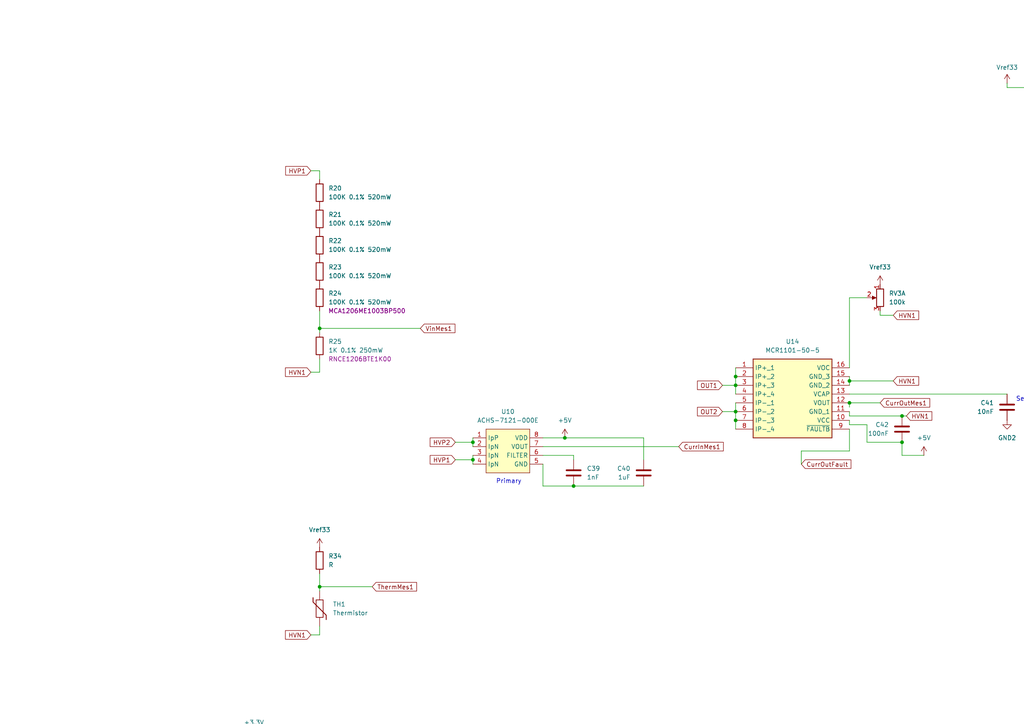
<source format=kicad_sch>
(kicad_sch (version 20250114) (generator "eeschema") (generator_version "9.0")
  (paper "A4")
  (text "See enable function to know what to use Q or /Q\nsee also the flipflop functional table " (at 319.278 116.84 0) (effects (font (size 1.27 1.27))))
  (text "Primary" (at 147.574 139.7 0) (effects (font (size 1.27 1.27))))
  (text "ESP32 \nOpen-drain (float when \"HIGH\", pull low when \"LOW\"):\n\npinMode(pin, OUTPUT_OPEN_DRAIN);\n\ndigitalWrite(pin, HIGH);      // Hi-Z (requires external pull-up/-down)\n\n// digitalWrite(pin, LOW);     // actively pulls low\n" (at 294.132 254.254 0) (effects (font (size 1.27 1.27))))
  (text "Nb pins\n===============\nmeas vref	1\nprim drive	4\nv meas p	1\nv meas s	2\ncurrent sec	1\ncurrent prim	1\nOUTPUT COMPA	1\nTHERMAL 	2\nSPI 	4\nTOTLA 	17\n\n\nOptimization 	\nmeas vref	1\nprim drive	4\nv meas p	1\nv meas s	2\ncurrent sec	1\ncurrent prim	1\nOUTPUT COMPA	1\nTHERMAL 	1\nRX/TX	other pins\nTOTLA 	12\n" (at 328.168 174.752 0) (effects (font (size 1.27 1.27))))
  (text "| /SD| /RD| CP | D  | Q  | /Q |\n| L   | H   | X  | x  | H   | L   |\n| H   | L   | X  | X  | L   | H   |\n| L   | L   | X  | X  | H   | H   |" (at 360.68 142.748 0) (effects (font (size 1.27 1.27)) (justify left)))
  (text "Driver enable => EN = H" (at 376.936 136.398 0) (effects (font (size 1.27 1.27))))
  (text "To µC (je dois utiliser 3.3v pour le pull up pas 5v\n" (at 112.014 219.71 0) (effects (font (size 1.27 1.27))))
  (junction (at 138.43 245.11))
  (junction (at 105.41 228.6))
  (junction (at 92.71 170.18))
  (junction (at 143.51 279.4))
  (junction (at 73.66 228.6))
  (junction (at 125.73 259.08))
  (junction (at 257.81 250.19))
  (junction (at 246.38 116.84))
  (junction (at 345.44 -5.08))
  (junction (at 48.26 251.46))
  (junction (at 36.83 223.52))
  (junction (at 62.23 224.79))
  (junction (at 316.23 6.35))
  (junction (at 73.66 267.97))
  (junction (at 509.27 5.08))
  (junction (at 213.36 111.76))
  (junction (at 213.36 119.38))
  (junction (at 125.73 233.68))
  (junction (at 514.35 43.18))
  (junction (at 73.66 217.17))
  (junction (at -19.05 254))
  (junction (at 67.31 217.17))
  (junction (at -19.05 270.51))
  (junction (at 137.16 133.35))
  (junction (at 468.63 31.75))
  (junction (at 166.37 140.97))
  (junction (at -19.05 265.43))
  (junction (at 246.38 110.49))
  (junction (at 514.35 10.16))
  (junction (at 257.81 306.07))
  (junction (at 476.25 43.18))
  (junction (at 88.9 236.22))
  (junction (at 509.27 12.7))
  (junction (at 36.83 227.33))
  (junction (at 332.74 127))
  (junction (at 530.86 1.27))
  (junction (at 468.63 40.64))
  (junction (at 213.36 109.22))
  (junction (at 21.59 227.33))
  (junction (at 143.51 256.54))
  (junction (at 35.56 243.84))
  (junction (at 334.01 227.33))
  (junction (at 213.36 121.92))
  (junction (at 257.81 294.64))
  (junction (at 92.71 95.25))
  (junction (at 12.7 240.03))
  (junction (at 45.72 236.22))
  (junction (at 34.29 254))
  (junction (at 514.35 1.27))
  (junction (at 137.16 128.27))
  (junction (at 261.62 120.65))
  (junction (at 125.73 279.4))
  (junction (at 332.74 132.08))
  (junction (at 125.73 241.3))
  (junction (at 12.7 227.33))
  (junction (at 334.01 242.57))
  (junction (at 34.29 270.51))
  (junction (at 257.81 276.86))
  (junction (at 163.83 127))
  (junction (at 99.06 243.84))
  (junction (at 261.62 128.27))
  (junction (at 125.73 254))
  (junction (at 365.76 120.65))
  (junction (at 476.25 35.56))
  (junction (at 48.26 270.51))
  (junction (at 20.32 240.03))
  (wire (pts (xy 232.41 130.81) (xy 246.38 130.81)))
  (wire (pts (xy 309.88 6.35) (xy 316.23 6.35)))
  (wire (pts (xy 537.21 10.16) (xy 514.35 10.16)))
  (wire (pts (xy 468.63 31.75) (xy 476.25 31.75)))
  (wire (pts (xy 464.82 7.62) (xy 468.63 7.62)))
  (wire (pts (xy 143.51 256.54) (xy 143.51 279.4)))
  (wire (pts (xy 86.36 259.08) (xy 113.03 259.08)))
  (wire (pts (xy 34.29 254) (xy 50.8 254)))
  (wire (pts (xy 317.5 129.54) (xy 336.55 129.54)))
  (wire (pts (xy 157.48 140.97) (xy 166.37 140.97)))
  (wire (pts (xy 228.6 265.43) (xy 232.41 265.43)))
  (wire (pts (xy 261.62 132.08) (xy 261.62 128.27)))
  (wire (pts (xy 45.72 236.22) (xy 45.72 227.33)))
  (wire (pts (xy 514.35 40.64) (xy 509.27 40.64)))
  (wire (pts (xy 365.76 120.65) (xy 379.73 120.65)))
  (wire (pts (xy 55.88 217.17) (xy 67.31 217.17)))
  (wire (pts (xy 73.66 228.6) (xy 97.79 228.6)))
  (wire (pts (xy -19.05 255.27) (xy -19.05 254)))
  (wire (pts (xy 213.36 106.68) (xy 213.36 109.22)))
  (wire (pts (xy 213.36 119.38) (xy 213.36 121.92)))
  (wire (pts (xy 365.76 120.65) (xy 365.76 124.46)))
  (wire (pts (xy 20.32 240.03) (xy 12.7 240.03)))
  (wire (pts (xy 257.81 250.19) (xy 257.81 276.86)))
  (wire (pts (xy 12.7 227.33) (xy 12.7 240.03)))
  (wire (pts (xy 62.23 224.79) (xy 67.31 224.79)))
  (wire (pts (xy 476.25 43.18) (xy 478.79 43.18)))
  (wire (pts (xy 45.72 227.33) (xy 36.83 227.33)))
  (wire (pts (xy 318.77 125.73) (xy 317.5 125.73)))
  (wire (pts (xy 86.36 243.84) (xy 99.06 243.84)))
  (wire (pts (xy 514.35 1.27) (xy 509.27 1.27)))
  (wire (pts (xy 105.41 222.25) (xy 125.73 222.25)))
  (wire (pts (xy 92.71 184.15) (xy 90.17 184.15)))
  (wire (pts (xy 251.46 86.36) (xy 246.38 86.36)))
  (wire (pts (xy 73.66 267.97) (xy 73.66 270.51)))
  (wire (pts (xy -19.05 270.51) (xy 34.29 270.51)))
  (wire (pts (xy 246.38 114.3) (xy 292.1 114.3)))
  (wire (pts (xy 472.44 13.97) (xy 467.36 13.97)))
  (wire (pts (xy 524.51 38.1) (xy 537.21 38.1)))
  (wire (pts (xy 137.16 132.08) (xy 137.16 133.35)))
  (wire (pts (xy 476.25 31.75) (xy 476.25 35.56)))
  (wire (pts (xy 86.36 259.08) (xy 86.36 261.62)))
  (wire (pts (xy 166.37 132.08) (xy 157.48 132.08)))
  (wire (pts (xy 213.36 116.84) (xy 213.36 119.38)))
  (wire (pts (xy 27.94 240.03) (xy 35.56 240.03)))
  (wire (pts (xy 228.6 321.31) (xy 232.41 321.31)))
  (wire (pts (xy 137.16 128.27) (xy 137.16 129.54)))
  (wire (pts (xy 99.06 267.97) (xy 73.66 267.97)))
  (wire (pts (xy 257.81 294.64) (xy 257.81 276.86)))
  (wire (pts (xy 332.74 138.43) (xy 332.74 132.08)))
  (wire (pts (xy -19.05 248.92) (xy -19.05 254)))
  (wire (pts (xy 232.41 351.79) (xy 232.41 350.52)))
  (wire (pts (xy -19.05 254) (xy 34.29 254)))
  (wire (pts (xy 209.55 111.76) (xy 213.36 111.76)))
  (wire (pts (xy 251.46 123.19) (xy 251.46 128.27)))
  (wire (pts (xy 34.29 270.51) (xy 48.26 270.51)))
  (wire (pts (xy 12.7 219.71) (xy 12.7 227.33)))
  (wire (pts (xy 251.46 128.27) (xy 261.62 128.27)))
  (wire (pts (xy 342.9 138.43) (xy 332.74 138.43)))
  (wire (pts (xy 12.7 240.03) (xy 12.7 251.46)))
  (wire (pts (xy 137.16 133.35) (xy 137.16 134.62)))
  (wire (pts (xy 36.83 219.71) (xy 36.83 223.52)))
  (wire (pts (xy 138.43 245.11) (xy 142.24 245.11)))
  (wire (pts (xy 140.97 256.54) (xy 143.51 256.54)))
  (wire (pts (xy 246.38 116.84) (xy 255.27 116.84)))
  (wire (pts (xy 345.44 -5.08) (xy 363.22 -5.08)))
  (wire (pts (xy 461.01 43.18) (xy 476.25 43.18)))
  (wire (pts (xy 240.03 279.4) (xy 240.03 287.02)))
  (wire (pts (xy 514.35 8.89) (xy 514.35 10.16)))
  (wire (pts (xy 209.55 119.38) (xy 213.36 119.38)))
  (wire (pts (xy 246.38 121.92) (xy 246.38 123.19)))
  (wire (pts (xy 476.25 38.1) (xy 476.25 35.56)))
  (wire (pts (xy 332.74 127) (xy 332.74 132.08)))
  (wire (pts (xy 138.43 243.84) (xy 138.43 245.11)))
  (wire (pts (xy 240.03 260.35) (xy 236.22 260.35)))
  (wire (pts (xy 232.41 321.31) (xy 232.41 320.04)))
  (wire (pts (xy 514.35 44.45) (xy 514.35 43.18)))
  (wire (pts (xy 35.56 240.03) (xy 35.56 243.84)))
  (wire (pts (xy 92.71 96.52) (xy 92.71 95.25)))
  (wire (pts (xy -26.67 270.51) (xy -19.05 270.51)))
  (wire (pts (xy 246.38 110.49) (xy 259.08 110.49)))
  (wire (pts (xy 509.27 38.1) (xy 516.89 38.1)))
  (wire (pts (xy 73.66 217.17) (xy 73.66 228.6)))
  (wire (pts (xy 476.25 7.62) (xy 478.79 7.62)))
  (wire (pts (xy 461.01 31.75) (xy 461.01 35.56)))
  (wire (pts (xy 332.74 127) (xy 336.55 127)))
  (wire (pts (xy 311.15 17.78) (xy 316.23 17.78)))
  (wire (pts (xy 157.48 129.54) (xy 196.85 129.54)))
  (wire (pts (xy 342.9 2.54) (xy 351.79 2.54)))
  (wire (pts (xy 240.03 252.73) (xy 240.03 260.35)))
  (wire (pts (xy 365.76 119.38) (xy 365.76 120.65)))
  (wire (pts (xy 48.26 251.46) (xy 48.26 241.3)))
  (wire (pts (xy 257.81 336.55) (xy 255.27 336.55)))
  (wire (pts (xy 332.74 132.08) (xy 336.55 132.08)))
  (wire (pts (xy 342.9 10.16) (xy 349.25 10.16)))
  (wire (pts (xy 246.38 119.38) (xy 246.38 120.65)))
  (wire (pts (xy 232.41 130.81) (xy 232.41 134.62)))
  (wire (pts (xy 342.9 25.4) (xy 349.25 25.4)))
  (wire (pts (xy 232.41 292.1) (xy 232.41 290.83)))
  (wire (pts (xy 530.86 8.89) (xy 530.86 12.7)))
  (wire (pts (xy 255.27 306.07) (xy 257.81 306.07)))
  (wire (pts (xy 257.81 336.55) (xy 257.81 306.07)))
  (wire (pts (xy 267.97 132.08) (xy 261.62 132.08)))
  (wire (pts (xy 292.1 25.4) (xy 316.23 25.4)))
  (wire (pts (xy 62.23 228.6) (xy 62.23 224.79)))
  (wire (pts (xy 213.36 111.76) (xy 213.36 114.3)))
  (wire (pts (xy 246.38 86.36) (xy 246.38 106.68)))
  (wire (pts (xy 50.8 246.38) (xy 45.72 246.38)))
  (wire (pts (xy 342.9 17.78) (xy 347.98 17.78)))
  (wire (pts (xy 228.6 292.1) (xy 232.41 292.1)))
  (wire (pts (xy 342.9 21.59) (xy 349.25 21.59)))
  (wire (pts (xy 129.54 284.48) (xy 125.73 284.48)))
  (wire (pts (xy 88.9 236.22) (xy 88.9 238.76)))
  (wire (pts (xy 45.72 236.22) (xy 50.8 236.22)))
  (wire (pts (xy 130.81 245.11) (xy 130.81 248.92)))
  (wire (pts (xy -19.05 241.3) (xy -19.05 238.76)))
  (wire (pts (xy 21.59 227.33) (xy 29.21 227.33)))
  (wire (pts (xy 530.86 12.7) (xy 509.27 12.7)))
  (wire (pts (xy 458.47 45.72) (xy 468.63 45.72)))
  (wire (pts (xy 255.27 276.86) (xy 257.81 276.86)))
  (wire (pts (xy 332.74 124.46) (xy 332.74 127)))
  (wire (pts (xy 86.36 248.92) (xy 105.41 248.92)))
  (wire (pts (xy 60.96 228.6) (xy 62.23 228.6)))
  (wire (pts (xy 50.8 248.92) (xy 35.56 248.92)))
  (wire (pts (xy 478.79 40.64) (xy 468.63 40.64)))
  (wire (pts (xy 361.95 127) (xy 369.57 127)))
  (wire (pts (xy 312.42 10.16) (xy 316.23 10.16)))
  (wire (pts (xy 261.62 120.65) (xy 262.89 120.65)))
  (wire (pts (xy 105.41 228.6) (xy 105.41 248.92)))
  (wire (pts (xy 67.31 217.17) (xy 73.66 217.17)))
  (wire (pts (xy 478.79 35.56) (xy 476.25 35.56)))
  (wire (pts (xy 342.9 -5.08) (xy 345.44 -5.08)))
  (wire (pts (xy 514.35 43.18) (xy 514.35 40.64)))
  (wire (pts (xy 55.88 224.79) (xy 62.23 224.79)))
  (wire (pts (xy 130.81 245.11) (xy 138.43 245.11)))
  (wire (pts (xy 363.22 -13.97) (xy 365.76 -13.97)))
  (wire (pts (xy 509.27 5.08) (xy 509.27 7.62)))
  (wire (pts (xy 63.5 266.7) (xy 63.5 270.51)))
  (wire (pts (xy 48.26 251.46) (xy 48.26 270.51)))
  (wire (pts (xy 120.65 259.08) (xy 125.73 259.08)))
  (wire (pts (xy 384.81 129.54) (xy 361.95 129.54)))
  (wire (pts (xy 236.22 334.01) (xy 240.03 334.01)))
  (wire (pts (xy 125.73 233.68) (xy 120.65 233.68)))
  (wire (pts (xy 92.71 49.53) (xy 90.17 49.53)))
  (wire (pts (xy 36.83 223.52) (xy 36.83 227.33)))
  (wire (pts (xy 92.71 181.61) (xy 92.71 184.15)))
  (wire (pts (xy 186.69 133.35) (xy 186.69 127)))
  (wire (pts (xy 137.16 127) (xy 137.16 128.27)))
  (wire (pts (xy 92.71 107.95) (xy 92.71 104.14)))
  (wire (pts (xy 257.81 242.57) (xy 257.81 250.19)))
  (wire (pts (xy 255.27 91.44) (xy 255.27 90.17)))
  (wire (pts (xy 34.29 270.51) (xy 34.29 261.62)))
  (wire (pts (xy 312.42 21.59) (xy 316.23 21.59)))
  (wire (pts (xy 476.25 49.53) (xy 476.25 43.18)))
  (wire (pts (xy 468.63 45.72) (xy 468.63 40.64)))
  (wire (pts (xy 342.9 -1.27) (xy 346.71 -1.27)))
  (wire (pts (xy 308.61 -5.08) (xy 316.23 -5.08)))
  (wire (pts (xy 363.22 -6.35) (xy 363.22 -5.08)))
  (wire (pts (xy 327.66 232.41) (xy 327.66 227.33)))
  (wire (pts (xy 92.71 90.17) (xy 92.71 95.25)))
  (wire (pts (xy 20.32 240.03) (xy 20.32 243.84)))
  (wire (pts (xy 232.41 265.43) (xy 232.41 264.16)))
  (wire (pts (xy 236.22 247.65) (xy 240.03 247.65)))
  (wire (pts (xy 186.69 127) (xy 163.83 127)))
  (wire (pts (xy 133.35 264.16) (xy 130.81 264.16)))
  (wire (pts (xy 48.26 241.3) (xy 50.8 241.3)))
  (wire (pts (xy 125.73 279.4) (xy 125.73 284.48)))
  (wire (pts (xy 125.73 241.3) (xy 125.73 254)))
  (wire (pts (xy 86.36 254) (xy 113.03 254)))
  (wire (pts (xy 229.87 274.32) (xy 240.03 274.32)))
  (wire (pts (xy 530.86 1.27) (xy 535.94 1.27)))
  (wire (pts (xy 86.36 236.22) (xy 88.9 236.22)))
  (wire (pts (xy 530.86 1.27) (xy 514.35 1.27)))
  (wire (pts (xy 99.06 243.84) (xy 99.06 267.97)))
  (wire (pts (xy 92.71 52.07) (xy 92.71 49.53)))
  (wire (pts (xy 365.76 124.46) (xy 361.95 124.46)))
  (wire (pts (xy 48.26 251.46) (xy 12.7 251.46)))
  (wire (pts (xy 327.66 227.33) (xy 334.01 227.33)))
  (wire (pts (xy 73.66 214.63) (xy 73.66 217.17)))
  (wire (pts (xy 246.38 116.84) (xy 246.38 118.11)))
  (wire (pts (xy 143.51 256.54) (xy 156.21 256.54)))
  (wire (pts (xy 88.9 238.76) (xy 86.36 238.76)))
  (wire (pts (xy 20.32 243.84) (xy 27.94 243.84)))
  (wire (pts (xy 92.71 95.25) (xy 121.92 95.25)))
  (wire (pts (xy 129.54 279.4) (xy 125.73 279.4)))
  (wire (pts (xy 509.27 1.27) (xy 509.27 5.08)))
  (wire (pts (xy 342.9 13.97) (xy 346.71 13.97)))
  (wire (pts (xy 50.8 261.62) (xy 50.8 265.43)))
  (wire (pts (xy 316.23 6.35) (xy 317.5 6.35)))
  (wire (pts (xy 137.16 284.48) (xy 143.51 284.48)))
  (wire (pts (xy -24.13 238.76) (xy -19.05 238.76)))
  (wire (pts (xy 157.48 134.62) (xy 157.48 140.97)))
  (wire (pts (xy 307.34 -1.27) (xy 316.23 -1.27)))
  (wire (pts (xy 92.71 171.45) (xy 92.71 170.18)))
  (wire (pts (xy 472.44 49.53) (xy 476.25 49.53)))
  (wire (pts (xy 334.01 224.79) (xy 334.01 227.33)))
  (wire (pts (xy 143.51 279.4) (xy 143.51 284.48)))
  (wire (pts (xy 48.26 270.51) (xy 63.5 270.51)))
  (wire (pts (xy -19.05 262.89) (xy -19.05 265.43)))
  (wire (pts (xy 166.37 140.97) (xy 186.69 140.97)))
  (wire (pts (xy 166.37 133.35) (xy 166.37 132.08)))
  (wire (pts (xy 137.16 279.4) (xy 143.51 279.4)))
  (wire (pts (xy 90.17 107.95) (xy 92.71 107.95)))
  (wire (pts (xy 514.35 43.18) (xy 535.94 43.18)))
  (wire (pts (xy 472.44 13.97) (xy 472.44 10.16)))
  (wire (pts (xy 163.83 127) (xy 157.48 127)))
  (wire (pts (xy 246.38 123.19) (xy 251.46 123.19)))
  (wire (pts (xy 336.55 124.46) (xy 332.74 124.46)))
  (wire (pts (xy 292.1 24.13) (xy 292.1 25.4)))
  (wire (pts (xy 342.9 6.35) (xy 347.98 6.35)))
  (wire (pts (xy 240.03 316.23) (xy 236.22 316.23)))
  (wire (pts (xy 88.9 236.22) (xy 99.06 236.22)))
  (wire (pts (xy 45.72 246.38) (xy 45.72 236.22)))
  (wire (pts (xy 236.22 303.53) (xy 240.03 303.53)))
  (wire (pts (xy 334.01 243.84) (xy 334.01 242.57)))
  (wire (pts (xy 213.36 109.22) (xy 213.36 111.76)))
  (wire (pts (xy 120.65 254) (xy 125.73 254)))
  (wire (pts (xy 478.79 10.16) (xy 472.44 10.16)))
  (wire (pts (xy 240.03 308.61) (xy 240.03 316.23)))
  (wire (pts (xy 327.66 242.57) (xy 334.01 242.57)))
  (wire (pts (xy 92.71 170.18) (xy 107.95 170.18)))
  (wire (pts (xy 12.7 227.33) (xy 21.59 227.33)))
  (wire (pts (xy 35.56 243.84) (xy 35.56 248.92)))
  (wire (pts (xy 228.6 351.79) (xy 232.41 351.79)))
  (wire (pts (xy 468.63 40.64) (xy 468.63 39.37)))
  (wire (pts (xy 240.03 287.02) (xy 236.22 287.02)))
  (wire (pts (xy 327.66 240.03) (xy 327.66 242.57)))
  (wire (pts (xy 257.81 294.64) (xy 265.43 294.64)))
  (wire (pts (xy -19.05 265.43) (xy 50.8 265.43)))
  (wire (pts (xy 255.27 250.19) (xy 257.81 250.19)))
  (wire (pts (xy 379.73 113.03) (xy 384.81 113.03)))
  (wire (pts (xy 105.41 222.25) (xy 105.41 228.6)))
  (wire (pts (xy 132.08 133.35) (xy 137.16 133.35)))
  (wire (pts (xy 246.38 124.46) (xy 246.38 130.81)))
  (wire (pts (xy 213.36 121.92) (xy 213.36 124.46)))
  (wire (pts (xy 317.5 125.73) (xy 317.5 129.54)))
  (wire (pts (xy 257.81 306.07) (xy 257.81 294.64)))
  (wire (pts (xy 92.71 170.18) (xy 92.71 166.37)))
  (wire (pts (xy 259.08 91.44) (xy 255.27 91.44)))
  (wire (pts (xy 468.63 31.75) (xy 461.01 31.75)))
  (wire (pts (xy 73.66 228.6) (xy 73.66 231.14)))
  (wire (pts (xy 509.27 10.16) (xy 514.35 10.16)))
  (wire (pts (xy 120.65 241.3) (xy 125.73 241.3)))
  (wire (pts (xy 29.21 223.52) (xy 36.83 223.52)))
  (wire (pts (xy 132.08 128.27) (xy 137.16 128.27)))
  (wire (pts (xy 73.66 266.7) (xy 73.66 267.97)))
  (wire (pts (xy 246.38 110.49) (xy 246.38 111.76)))
  (wire (pts (xy 20.32 219.71) (xy 36.83 219.71)))
  (wire (pts (xy 246.38 109.22) (xy 246.38 110.49)))
  (wire (pts (xy 478.79 38.1) (xy 476.25 38.1)))
  (wire (pts (xy 21.59 223.52) (xy 21.59 227.33)))
  (wire (pts (xy 468.63 30.48) (xy 468.63 31.75)))
  (wire (pts (xy 125.73 232.41) (xy 125.73 233.68)))
  (wire (pts (xy 240.03 339.09) (xy 240.03 346.71)))
  (wire (pts (xy -19.05 265.43) (xy -19.05 270.51)))
  (wire (pts (xy 240.03 346.71) (xy 236.22 346.71)))
  (wire (pts (xy 246.38 120.65) (xy 261.62 120.65)))
  (wire (pts (xy 125.73 259.08) (xy 125.73 279.4)))
  (global_label "HVN1" (shape input) (at 125.73 232.41 90) (property "Intersheetrefs" "${INTERSHEET_REFS}" (effects (hide yes))))
  (global_label "HVN1" (shape input) (at 90.17 107.95 180) (property "Intersheetrefs" "${INTERSHEET_REFS}" (effects (hide yes))))
  (global_label "VoutMeasDiag" (shape input) (at 125.73 222.25 0) (property "Intersheetrefs" "${INTERSHEET_REFS}" (effects (hide yes))))
  (global_label "RDY1" (shape input) (at 312.42 21.59 180) (property "Intersheetrefs" "${INTERSHEET_REFS}" (effects (hide yes))))
  (global_label "VoutMes1" (shape input) (at 229.87 274.32 180) (property "Intersheetrefs" "${INTERSHEET_REFS}" (effects (hide yes))))
  (global_label "HVN1" (shape input) (at 228.6 292.1 180) (property "Intersheetrefs" "${INTERSHEET_REFS}" (effects (hide yes))))
  (global_label "VoutMes1" (shape input) (at 349.25 10.16 0) (property "Intersheetrefs" "${INTERSHEET_REFS}" (effects (hide yes))))
  (global_label "HVP1" (shape input) (at 132.08 133.35 180) (property "Intersheetrefs" "${INTERSHEET_REFS}" (effects (hide yes))))
  (global_label "ThermMes1" (shape input) (at 312.42 10.16 180) (property "Intersheetrefs" "${INTERSHEET_REFS}" (effects (hide yes))))
  (global_label "HVN1" (shape input) (at 467.36 13.97 180) (property "Intersheetrefs" "${INTERSHEET_REFS}" (effects (hide yes))))
  (global_label "VinMes1" (shape input) (at 347.98 6.35 0) (property "Intersheetrefs" "${INTERSHEET_REFS}" (effects (hide yes))))
  (global_label "HVN1" (shape input) (at 365.76 -13.97 0) (property "Intersheetrefs" "${INTERSHEET_REFS}" (effects (hide yes))))
  (global_label "ResMuc" (shape input) (at 384.81 129.54 0) (property "Intersheetrefs" "${INTERSHEET_REFS}" (effects (hide yes))))
  (global_label "CurrOutFault" (shape input) (at 232.41 134.62 0) (property "Intersheetrefs" "${INTERSHEET_REFS}" (effects (hide yes))))
  (global_label "CurrOutMes1" (shape input) (at 349.25 21.59 0) (property "Intersheetrefs" "${INTERSHEET_REFS}" (effects (hide yes))))
  (global_label "TX" (shape input) (at 308.61 -5.08 180) (property "Intersheetrefs" "${INTERSHEET_REFS}" (effects (hide yes))))
  (global_label "VinMes1" (shape input) (at 121.92 95.25 0) (property "Intersheetrefs" "${INTERSHEET_REFS}" (effects (hide yes))))
  (global_label "CompOut" (shape input) (at 369.57 127 0) (property "Intersheetrefs" "${INTERSHEET_REFS}" (effects (hide yes))))
  (global_label "HVP2" (shape input) (at 132.08 128.27 180) (property "Intersheetrefs" "${INTERSHEET_REFS}" (effects (hide yes))))
  (global_label "HVN1" (shape input) (at 90.17 184.15 180) (property "Intersheetrefs" "${INTERSHEET_REFS}" (effects (hide yes))))
  (global_label "ResMuc" (shape input) (at 309.88 6.35 180) (property "Intersheetrefs" "${INTERSHEET_REFS}" (effects (hide yes))))
  (global_label "CurrInMes1" (shape input) (at 196.85 129.54 0) (property "Intersheetrefs" "${INTERSHEET_REFS}" (effects (hide yes))))
  (global_label "CurrOutMes1" (shape input) (at 255.27 116.84 0) (property "Intersheetrefs" "${INTERSHEET_REFS}" (effects (hide yes))))
  (global_label "HVN1" (shape input) (at 342.9 138.43 0) (property "Intersheetrefs" "${INTERSHEET_REFS}" (effects (hide yes))))
  (global_label "CurrOutFault" (shape input) (at 349.25 25.4 0) (property "Intersheetrefs" "${INTERSHEET_REFS}" (effects (hide yes))))
  (global_label "HVN1" (shape input) (at 384.81 113.03 0) (property "Intersheetrefs" "${INTERSHEET_REFS}" (effects (hide yes))))
  (global_label "OUT1" (shape input) (at 209.55 111.76 180) (property "Intersheetrefs" "${INTERSHEET_REFS}" (effects (hide yes))))
  (global_label "HVN1" (shape input) (at 228.6 265.43 180) (property "Intersheetrefs" "${INTERSHEET_REFS}" (effects (hide yes))))
  (global_label "HVN1" (shape input) (at 259.08 91.44 0) (property "Intersheetrefs" "${INTERSHEET_REFS}" (effects (hide yes))))
  (global_label "VoutMeasDiag" (shape input) (at 346.71 13.97 0) (property "Intersheetrefs" "${INTERSHEET_REFS}" (effects (hide yes))))
  (global_label "con_RX" (shape input) (at 537.21 10.16 0) (property "Intersheetrefs" "${INTERSHEET_REFS}" (effects (hide yes))))
  (global_label "CurrInMes1" (shape input) (at 236.22 303.53 180) (property "Intersheetrefs" "${INTERSHEET_REFS}" (effects (hide yes))))
  (global_label "HVN1" (shape input) (at 259.08 110.49 0) (property "Intersheetrefs" "${INTERSHEET_REFS}" (effects (hide yes))))
  (global_label "ThermMes1" (shape input) (at 107.95 170.18 0) (property "Intersheetrefs" "${INTERSHEET_REFS}" (effects (hide yes))))
  (global_label "ThermMes1" (shape input) (at 236.22 334.01 180) (property "Intersheetrefs" "${INTERSHEET_REFS}" (effects (hide yes))))
  (global_label "HVN1" (shape input) (at 334.01 243.84 270) (property "Intersheetrefs" "${INTERSHEET_REFS}" (effects (hide yes))))
  (global_label "RX" (shape input) (at 458.47 45.72 180) (property "Intersheetrefs" "${INTERSHEET_REFS}" (effects (hide yes))))
  (global_label "EN1" (shape input) (at 318.77 125.73 0) (property "Intersheetrefs" "${INTERSHEET_REFS}" (effects (hide yes))))
  (global_label "VoutMes1" (shape input) (at 156.21 256.54 0) (property "Intersheetrefs" "${INTERSHEET_REFS}" (effects (hide yes))))
  (global_label "HVP1" (shape input) (at 90.17 49.53 180) (property "Intersheetrefs" "${INTERSHEET_REFS}" (effects (hide yes))))
  (global_label "HVN1" (shape input) (at 472.44 49.53 180) (property "Intersheetrefs" "${INTERSHEET_REFS}" (effects (hide yes))))
  (global_label "EN1" (shape input) (at 311.15 17.78 180) (property "Intersheetrefs" "${INTERSHEET_REFS}" (effects (hide yes))))
  (global_label "con_vcc" (shape input) (at 535.94 1.27 0) (property "Intersheetrefs" "${INTERSHEET_REFS}" (effects (hide yes))))
  (global_label "VinMes1" (shape input) (at 236.22 247.65 180) (property "Intersheetrefs" "${INTERSHEET_REFS}" (effects (hide yes))))
  (global_label "HVN1" (shape input) (at 133.35 264.16 0) (property "Intersheetrefs" "${INTERSHEET_REFS}" (effects (hide yes))))
  (global_label "HVN1" (shape input) (at 60.96 228.6 180) (property "Intersheetrefs" "${INTERSHEET_REFS}" (effects (hide yes))))
  (global_label "PWM1" (shape input) (at 351.79 2.54 0) (property "Intersheetrefs" "${INTERSHEET_REFS}" (effects (hide yes))))
  (global_label "HVN1" (shape input) (at 73.66 270.51 270) (property "Intersheetrefs" "${INTERSHEET_REFS}" (effects (hide yes))))
  (global_label "CompOut" (shape input) (at 265.43 294.64 0) (property "Intersheetrefs" "${INTERSHEET_REFS}" (effects (hide yes))))
  (global_label "HVN1" (shape input) (at 262.89 120.65 0) (property "Intersheetrefs" "${INTERSHEET_REFS}" (effects (hide yes))))
  (global_label "con_TX" (shape input) (at 537.21 38.1 0) (property "Intersheetrefs" "${INTERSHEET_REFS}" (effects (hide yes))))
  (global_label "RX" (shape input) (at 307.34 -1.27 180) (property "Intersheetrefs" "${INTERSHEET_REFS}" (effects (hide yes))))
  (global_label "HVN1" (shape input) (at 346.71 -1.27 0) (property "Intersheetrefs" "${INTERSHEET_REFS}" (effects (hide yes))))
  (global_label "HVN1" (shape input) (at 228.6 321.31 180) (property "Intersheetrefs" "${INTERSHEET_REFS}" (effects (hide yes))))
  (global_label "TX" (shape input) (at 464.82 7.62 180) (property "Intersheetrefs" "${INTERSHEET_REFS}" (effects (hide yes))))
  (global_label "OUT2" (shape input) (at 209.55 119.38 180) (property "Intersheetrefs" "${INTERSHEET_REFS}" (effects (hide yes))))
  (global_label "HVN1" (shape input) (at 228.6 351.79 180) (property "Intersheetrefs" "${INTERSHEET_REFS}" (effects (hide yes))))
  (global_label "CurrInMes1" (shape input) (at 347.98 17.78 0) (property "Intersheetrefs" "${INTERSHEET_REFS}" (effects (hide yes))))
  (global_label "con_gnd" (shape input) (at 535.94 43.18 0) (property "Intersheetrefs" "${INTERSHEET_REFS}" (effects (hide yes))))
  (global_label "OUT1" (shape input) (at -24.13 238.76 180) (property "Intersheetrefs" "${INTERSHEET_REFS}" (effects (hide yes))))
  (global_label "HVN1" (shape input) (at 149.86 245.11 0) (property "Intersheetrefs" "${INTERSHEET_REFS}" (effects (hide yes))))
  (symbol (lib_id "Device:R") (at 116.84 259.08 270) (mirror x) (unit 1)
    (property "Reference" "R30" (at 116.84 265.43 90))
    (property "Value" "10k" (at 116.84 262.89 90))
    (property "Description" "Resistor" (effects (hide yes)))
  )
  (symbol (lib_id "Device:C") (at 16.51 219.71 270) (mirror x) (unit 1)
    (property "Reference" "C34" (at 16.51 227.33 90))
    (property "Value" "1uF" (at 16.51 224.79 90))
    (property "Description" "Unpolarized capacitor" (effects (hide yes)))
  )
  (symbol (lib_id "Device:R") (at 472.44 7.62 270) (unit 1)
    (property "Reference" "R35" (at 472.44 1.27 90))
    (property "Value" "R" (at 472.44 3.81 90))
    (property "Footprint" "Resistor_SMD:R_1206_3216Metric" (effects (hide yes)))
    (property "Description" "Resistor" (effects (hide yes)))
  )
  (symbol (lib_id "Device:C") (at 186.69 137.16 0) (mirror y) (unit 1)
    (property "Reference" "C40" (at 182.88 135.8899 0) (effects (justify left)))
    (property "Value" "1uF" (at 182.88 138.4299 0) (effects (justify left)))
    (property "Footprint" "Capacitor_SMD:C_1206_3216Metric" (effects (hide yes)))
    (property "Description" "Unpolarized capacitor" (effects (hide yes)))
  )
  (symbol (lib_id "Device:R_Potentiometer_Dual_Separate") (at 232.41 260.35 0) (unit 1)
    (property "Reference" "RV2" (at 229.87 259.0799 0) (effects (justify right)))
    (property "Value" "100k" (at 229.87 261.6199 0) (effects (justify right)))
    (property "Description" "Dual potentiometer, separate units" (effects (hide yes)))
  )
  (symbol (lib_id "power:+3V0") (at 232.41 342.9 0) (unit 1)
    (property "Reference" "#PWR035" (effects (hide yes)))
    (property "Value" "Vref33" (at 232.41 337.82 0))
    (property "Description" "Power symbol creates a global label with name \"+3V0\"" (effects (hide yes)))
  )
  (symbol (lib_id "Device:R") (at 92.71 55.88 0) (unit 1)
    (property "Reference" "R20" (at 95.25 54.6099 0) (effects (justify left)))
    (property "Value" "100K 0.1% 520mW" (at 95.25 57.1499 0) (effects (justify left)))
    (property "Footprint" "Resistor_SMD:R_1206_3216Metric" (effects (hide yes)))
    (property "Description" "Resistor" (effects (hide yes)))
  )
  (symbol (lib_id "Device:C") (at 461.01 39.37 0) (mirror y) (unit 1)
    (property "Reference" "C46" (at 457.2 38.0999 0) (effects (justify left)))
    (property "Value" "100nF" (at 457.2 40.6399 0) (effects (justify left)))
    (property "Description" "Unpolarized capacitor" (effects (hide yes)))
  )
  (symbol (lib_id "power:+3V0") (at 232.41 312.42 0) (unit 1)
    (property "Reference" "#PWR032" (effects (hide yes)))
    (property "Value" "Vref33" (at 232.41 307.34 0))
    (property "Description" "Power symbol creates a global label with name \"+3V0\"" (effects (hide yes)))
  )
  (symbol (lib_id "New_Library:TLV9024QDRQ1") (at 336.55 234.95 0) (unit 5)
    (property "Reference" "U9" (at 335.28 233.6799 0) (effects (justify left)))
    (property "Value" "TLV9024QDRQ1" (at 335.28 236.2199 0) (effects (justify left)))
    (property "Footprint" "Package_SO:SOIC-14_3.9x8.7mm_P1.27mm" (effects (hide yes)))
    (property "Datasheet" "https://www.ti.com/lit/ds/symlink/tlv9022-q1.pdf" (effects (hide yes)))
    (property "Description" "Quad channel comparators, SOIC-14" (effects (hide yes)))
  )
  (symbol (lib_id "Device:R") (at 92.71 63.5 0) (unit 1)
    (property "Reference" "R21" (at 95.25 62.2299 0) (effects (justify left)))
    (property "Value" "100K 0.1% 520mW" (at 95.25 64.7699 0) (effects (justify left)))
    (property "Footprint" "Resistor_SMD:R_1206_3216Metric" (effects (hide yes)))
    (property "Description" "Resistor" (effects (hide yes)))
  )
  (symbol (lib_id "power:+3V0") (at 292.1 24.13 0) (unit 1)
    (property "Reference" "#PWR038" (effects (hide yes)))
    (property "Value" "Vref33" (at 292.1 19.558 0))
    (property "Description" "Power symbol creates a global label with name \"+3V0\"" (effects (hide yes)))
  )
  (symbol (lib_id "6N137S-TA1:6N137S-TA1") (at 509.27 35.56 0) (mirror y) (unit 1)
    (property "Reference" "IC5" (at 494.03 27.94 0))
    (property "Value" "6N137S-TA1" (at 494.03 30.48 0))
    (property "Footprint" "6N137S-TA1:SOP254P1016X460-8N" (effects (hide yes)))
    (property "Description" "High Speed Optocouplers High Speed 10MBd LogicGate Output" (effects (hide yes)))
    (property "Description_1" "High Speed Optocouplers High Speed 10MBd LogicGate Output" (effects (hide yes)))
    (property "Height" "4.6" (effects (hide yes)))
    (property "Mouser Part Number" "859-6N137STA1" (effects (hide yes)))
    (property "Mouser Price/Stock" "https://www.mouser.co.uk/ProductDetail/Lite-On/6N137S-TA1?qs=PByDJ0nQNwrChwHSrgNi1w%3D%3D" (effects (hide yes)))
    (property "Manufacturer_Name" "Lite-On" (effects (hide yes)))
    (property "Manufacturer_Part_Number" "6N137S-TA1" (effects (hide yes)))
  )
  (symbol (lib_id "Device:C") (at 292.1 118.11 0) (mirror y) (unit 1)
    (property "Reference" "C41" (at 288.29 116.8399 0) (effects (justify left)))
    (property "Value" "10nF" (at 288.29 119.3799 0) (effects (justify left)))
    (property "Footprint" "Capacitor_SMD:C_1206_3216Metric" (effects (hide yes)))
    (property "Description" "Unpolarized capacitor" (effects (hide yes)))
  )
  (symbol (lib_id "Device:R") (at 101.6 228.6 270) (unit 1)
    (property "Reference" "R32" (at 101.6 222.25 90))
    (property "Value" "47k" (at 101.6 224.79 90))
    (property "Description" "Resistor" (effects (hide yes)))
  )
  (symbol (lib_id "power:+5V") (at 138.43 243.84 0) (unit 1)
    (property "Reference" "#PWR024" (effects (hide yes)))
    (property "Value" "+5V" (at 138.43 238.76 0))
    (property "Description" "Power symbol creates a global label with name \"+5V\"" (effects (hide yes)))
  )
  (symbol (lib_id "Device:C") (at 120.65 237.49 0) (mirror y) (unit 1)
    (property "Reference" "C27" (at 116.84 236.2199 0) (effects (justify left)))
    (property "Value" "1n" (at 116.84 238.7599 0) (effects (justify left)))
    (property "Description" "Unpolarized capacitor" (effects (hide yes)))
  )
  (symbol (lib_id "Device:R") (at 125.73 237.49 180) (unit 1)
    (property "Reference" "R31" (at 132.08 237.49 90))
    (property "Value" "5k" (at 129.54 237.49 90))
    (property "Description" "Resistor" (effects (hide yes)))
  )
  (symbol (lib_id "Device:C") (at 363.22 -10.16 0) (mirror y) (unit 1)
    (property "Reference" "C38" (at 359.41 -11.4301 0) (effects (justify left)))
    (property "Value" "100nF" (at 359.41 -8.8901 0) (effects (justify left)))
    (property "Footprint" "Capacitor_SMD:C_1206_3216Metric" (effects (hide yes)))
    (property "Datasheet" "https://www.mouser.fr/datasheet/2/210/WTC_MLCC_General_Purpose-1534899.pdf" (effects (hide yes)))
    (property "Description" "Unpolarized capacitor" (effects (hide yes)))
    (property "Manufacturer part code" "1206B104K101CT" (effects (hide yes)))
  )
  (symbol (lib_id "Device:R") (at 92.71 71.12 0) (unit 1)
    (property "Reference" "R22" (at 95.25 69.8499 0) (effects (justify left)))
    (property "Value" "100K 0.1% 520mW" (at 95.25 72.3899 0) (effects (justify left)))
    (property "Footprint" "Resistor_SMD:R_1206_3216Metric" (effects (hide yes)))
    (property "Description" "Resistor" (effects (hide yes)))
  )
  (symbol (lib_id "power:+3V0") (at 92.71 158.75 0) (mirror y) (unit 1)
    (property "Reference" "#PWR036" (effects (hide yes)))
    (property "Value" "Vref33" (at 92.71 153.67 0))
    (property "Description" "Power symbol creates a global label with name \"+3V0\"" (effects (hide yes)))
  )
  (symbol (lib_id "Device:R") (at 92.71 100.33 0) (unit 1)
    (property "Reference" "R25" (at 95.25 99.0599 0) (effects (justify left)))
    (property "Value" "1K 0.1% 250mW" (at 95.25 101.5999 0) (effects (justify left)))
    (property "Footprint" "Resistor_SMD:R_1206_3216Metric" (effects (hide yes)))
    (property "Datasheet" "https://www.mouser.fr/datasheet/2/385/SEI_RNCE-3567365.pdf" (effects (hide yes)))
    (property "Description" "RNCE1206BTE1K00" (at 104.394 104.14 0))
  )
  (symbol (lib_id "Amplifier_Operational:TLV6001DCK") (at 130.81 256.54 0) (unit 1)
    (property "Reference" "U8" (at 146.05 250.1198 0))
    (property "Value" "TLV6001IDCKT" (at 146.05 252.6598 0))
    (property "Footprint" "Package_TO_SOT_SMD:SOT-353_SC-70-5" (effects (hide yes)))
    (property "Datasheet" "http://www.ti.com/lit/ds/symlink/tlv6001.pdf" (effects (hide yes)))
    (property "Description" "Low-power, Rail-to-rail, 1MHz Operational Amplifier, SOT-353" (effects (hide yes)))
  )
  (symbol (lib_id "Device:R") (at 468.63 35.56 180) (unit 1)
    (property "Reference" "R37" (at 471.17 34.2899 0) (effects (justify right)))
    (property "Value" "R" (at 471.17 36.8299 0) (effects (justify right)))
    (property "Footprint" "Resistor_SMD:R_1206_3216Metric" (effects (hide yes)))
    (property "Description" "Resistor" (effects (hide yes)))
  )
  (symbol (lib_id "power:+3V0") (at 257.81 234.95 0) (unit 1)
    (property "Reference" "#PWR029" (effects (hide yes)))
    (property "Value" "Vref33" (at 257.81 229.87 0))
    (property "Description" "Power symbol creates a global label with name \"+3V0\"" (effects (hide yes)))
  )
  (symbol (lib_id "Isolator_Analog:AMC3330") (at 68.58 248.92 0) (unit 1)
    (property "Reference" "U7" (at 75.8033 228.6 0) (effects (justify left)))
    (property "Value" "AMC3330" (at 75.8033 231.14 0) (effects (justify left)))
    (property "Footprint" "Package_SO:SOIC-16W_7.5x10.3mm_P1.27mm" (effects (hide yes)))
    (property "Datasheet" "https://www.ti.com/lit/ds/symlink/amc3330.pdf" (effects (hide yes)))
    (property "Description" "Reinforced Isolated Amplifier With Integrated DC/DC Converter, SOIC-16W" (effects (hide yes)))
  )
  (symbol (lib_id "Device:R") (at 520.7 38.1 270) (unit 1)
    (property "Reference" "R36" (at 520.7 31.75 90))
    (property "Value" "R" (at 520.7 34.29 90))
    (property "Footprint" "Resistor_SMD:R_1206_3216Metric" (effects (hide yes)))
    (property "Description" "Resistor" (effects (hide yes)))
  )
  (symbol (lib_id "New_Library:TLV9024QDRQ1") (at 247.65 276.86 0) (unit 1)
    (property "Reference" "U9" (at 247.65 266.7 0))
    (property "Value" "TLV9024QDRQ1" (at 247.65 269.24 0))
    (property "Footprint" "Package_SO:SOIC-14_3.9x8.7mm_P1.27mm" (effects (hide yes)))
    (property "Datasheet" "https://www.ti.com/lit/ds/symlink/tlv9022-q1.pdf" (effects (hide yes)))
    (property "Description" "Quad channel comparators, SOIC-14" (effects (hide yes)))
  )
  (symbol (lib_id "Device:C") (at 33.02 227.33 270) (mirror x) (unit 1)
    (property "Reference" "C33" (at 33.02 234.95 90))
    (property "Value" "1n" (at 33.02 232.41 90))
    (property "Description" "Unpolarized capacitor" (effects (hide yes)))
  )
  (symbol (lib_id "power:+5V") (at 468.63 30.48 0) (unit 1)
    (property "Reference" "#PWR042" (effects (hide yes)))
    (property "Value" "+3.3V" (at 468.63 25.4 0))
    (property "Description" "Power symbol creates a global label with name \"+5V\"" (effects (hide yes)))
  )
  (symbol (lib_id "Device:C") (at 133.35 279.4 90) (unit 1)
    (property "Reference" "C29" (at 133.35 271.78 90))
    (property "Value" "1n" (at 133.35 274.32 90))
    (property "Description" "Unpolarized capacitor" (effects (hide yes)))
  )
  (symbol (lib_id "Device:R") (at 116.84 254 270) (unit 1)
    (property "Reference" "R28" (at 116.84 247.65 90))
    (property "Value" "10k" (at 116.84 250.19 90))
    (property "Description" "Resistor" (effects (hide yes)))
  )
  (symbol (lib_id "power:GND2") (at -26.67 270.51 0) (unit 1)
    (property "Reference" "#PWR023" (effects (hide yes)))
    (property "Value" "GND2" (at -26.67 275.59 0))
    (property "Description" "Power symbol creates a global label with name \"GND2\" , ground" (effects (hide yes)))
  )
  (symbol (lib_id "Device:R_Potentiometer_Dual_Separate") (at 232.41 287.02 0) (unit 1)
    (property "Reference" "RV1" (at 229.87 285.7499 0) (effects (justify right)))
    (property "Value" "100k" (at 229.87 288.2899 0) (effects (justify right)))
    (property "Description" "Dual potentiometer, separate units" (effects (hide yes)))
  )
  (symbol (lib_id "power:+3V0") (at 255.27 82.55 0) (mirror y) (unit 1)
    (property "Reference" "#PWR034" (effects (hide yes)))
    (property "Value" "Vref33" (at 255.27 77.47 0))
    (property "Description" "Power symbol creates a global label with name \"+3V0\"" (effects (hide yes)))
  )
  (symbol (lib_id "Device:C") (at 261.62 124.46 0) (mirror y) (unit 1)
    (property "Reference" "C42" (at 257.81 123.1899 0) (effects (justify left)))
    (property "Value" "100nF" (at 257.81 125.7299 0) (effects (justify left)))
    (property "Footprint" "Capacitor_SMD:C_1206_3216Metric" (effects (hide yes)))
    (property "Datasheet" "https://www.mouser.fr/datasheet/2/210/WTC_MLCC_General_Purpose-1534899.pdf" (effects (hide yes)))
    (property "Description" "Unpolarized capacitor" (effects (hide yes)))
    (property "Manufacturer part code" "1206B104K101CT" (effects (hide yes)))
  )
  (symbol (lib_id "Device:C") (at 24.13 240.03 270) (mirror x) (unit 1)
    (property "Reference" "C32" (at 23.114 236.474 90) (effects (justify left)))
    (property "Value" "100nF" (at 22.352 234.442 90) (effects (justify left)))
    (property "Footprint" "Capacitor_SMD:C_1206_3216Metric" (effects (hide yes)))
    (property "Datasheet" "https://www.mouser.fr/datasheet/2/210/WTC_MLCC_General_Purpose-1534899.pdf" (effects (hide yes)))
    (property "Description" "Unpolarized capacitor" (effects (hide yes)))
    (property "Manufacturer part code" "1206B104K101CT" (effects (hide yes)))
  )
  (symbol (lib_id "Device:C") (at 530.86 5.08 0) (mirror y) (unit 1)
    (property "Reference" "C47" (at 527.05 3.8099 0) (effects (justify left)))
    (property "Value" "100nF" (at 527.05 6.3499 0) (effects (justify left)))
    (property "Description" "Unpolarized capacitor" (effects (hide yes)))
  )
  (symbol (lib_id "New_Library:ACHS-7121-000E") (at 140.97 123.19 0) (unit 1)
    (property "Reference" "U10" (at 147.32 119.38 0))
    (property "Value" "ACHS-7121-000E" (at 147.32 121.92 0))
    (property "Footprint" "Package_SO:SOIC-8_3.9x4.9mm_P1.27mm" (effects (hide yes)))
    (property "Datasheet" "https://eu.mouser.com/datasheet/2/678/avgo_s_a0010841446_1-2290987.pdf" (effects (hide yes)))
    (property "Description" "Fully Integrated, Hall Effect-Based Linear Current Sensor IC with 3 kVRMS Isolation and Low-Resistance Current Conductor" (effects (hide yes)))
  )
  (symbol (lib_id "Device:C") (at 67.31 220.98 0) (mirror y) (unit 1)
    (property "Reference" "C35" (at 63.5 219.7099 0) (effects (justify left)))
    (property "Value" "1uF" (at 63.5 222.2499 0) (effects (justify left)))
    (property "Description" "Unpolarized capacitor" (effects (hide yes)))
  )
  (symbol (lib_id "6N137S-TA1:6N137S-TA1") (at 478.79 5.08 0) (unit 1)
    (property "Reference" "IC4" (at 494.03 -2.54 0))
    (property "Value" "6N137S-TA1" (at 494.03 0 0))
    (property "Footprint" "6N137S-TA1:SOP254P1016X460-8N" (effects (hide yes)))
    (property "Description" "High Speed Optocouplers High Speed 10MBd LogicGate Output" (effects (hide yes)))
    (property "Description_1" "High Speed Optocouplers High Speed 10MBd LogicGate Output" (effects (hide yes)))
    (property "Height" "4.6" (effects (hide yes)))
    (property "Mouser Part Number" "859-6N137STA1" (effects (hide yes)))
    (property "Mouser Price/Stock" "https://www.mouser.co.uk/ProductDetail/Lite-On/6N137S-TA1?qs=PByDJ0nQNwrChwHSrgNi1w%3D%3D" (effects (hide yes)))
    (property "Manufacturer_Name" "Lite-On" (effects (hide yes)))
    (property "Manufacturer_Part_Number" "6N137S-TA1" (effects (hide yes)))
  )
  (symbol (lib_id "Device:C") (at 34.29 257.81 0) (unit 1)
    (property "Reference" "C26" (at 38.1 256.5399 0) (effects (justify left)))
    (property "Value" "1nF" (at 38.1 259.0799 0) (effects (justify left)))
    (property "Description" "Unpolarized capacitor" (effects (hide yes)))
  )
  (symbol (lib_id "Device:C") (at 146.05 245.11 270) (mirror x) (unit 1)
    (property "Reference" "C37" (at 145.034 241.554 90) (effects (justify left)))
    (property "Value" "100nF" (at 144.272 239.522 90) (effects (justify left)))
    (property "Footprint" "Capacitor_SMD:C_1206_3216Metric" (effects (hide yes)))
    (property "Datasheet" "https://www.mouser.fr/datasheet/2/210/WTC_MLCC_General_Purpose-1534899.pdf" (effects (hide yes)))
    (property "Description" "Unpolarized capacitor" (effects (hide yes)))
    (property "Manufacturer part code" "1206B104K101CT" (effects (hide yes)))
  )
  (symbol (lib_id "Device:R_Potentiometer_Dual_Separate") (at 255.27 86.36 0) (mirror y) (unit 1)
    (property "Reference" "RV3" (at 257.81 85.0899 0) (effects (justify right)))
    (property "Value" "100k" (at 257.81 87.6299 0) (effects (justify right)))
    (property "Description" "Dual potentiometer, separate units" (effects (hide yes)))
  )
  (symbol (lib_id "New_Library:TLV9024QDRQ1") (at 247.65 336.55 0) (unit 4)
    (property "Reference" "U9" (at 247.65 326.39 0))
    (property "Value" "TLV9024QDRQ1" (at 247.65 328.93 0))
    (property "Footprint" "Package_SO:SOIC-14_3.9x8.7mm_P1.27mm" (effects (hide yes)))
    (property "Datasheet" "https://www.ti.com/lit/ds/symlink/tlv9022-q1.pdf" (effects (hide yes)))
    (property "Description" "Quad channel comparators, SOIC-14" (effects (hide yes)))
  )
  (symbol (lib_id "MCR1101-50-5:MCR1101-50-5") (at 213.36 106.68 0) (unit 1)
    (property "Reference" "U14" (at 229.87 99.06 0))
    (property "Value" "MCR1101-50-5" (at 229.87 101.6 0))
    (property "Footprint" "MCR1101-50-5:MCR1101505" (effects (hide yes)))
    (property "Datasheet" "https://www.aceinna.com/current-sensors/MCR1101-50-5" (effects (hide yes)))
    (property "Description" "Board Mount Current Sensors High Accuracy 50A Current Sensor, 5V, Ratiometric, 1.5MHz 3dB BW, OCP, Galvanic Isolation. UL/IEC/EN60950-1 and UL1577 certified. SOIC-16" (effects (hide yes)))
    (property "Height" "2.64" (effects (hide yes)))
    (property "Mouser Part Number" "438-MCR1101-50-5" (effects (hide yes)))
    (property "Mouser Price/Stock" "https://www.mouser.co.uk/ProductDetail/ACEINNA/MCR1101-50-5?qs=0lSvoLzn4L865aaRCd1YBg%3D%3D" (effects (hide yes)))
    (property "Manufacturer_Name" "ACEINNA" (effects (hide yes)))
    (property "Manufacturer_Part_Number" "MCR1101-50-5" (effects (hide yes)))
  )
  (symbol (lib_id "Device:C") (at 379.73 116.84 0) (mirror y) (unit 1)
    (property "Reference" "C70" (at 375.92 115.5699 0) (effects (justify left)))
    (property "Value" "100nF" (at 375.92 118.1099 0) (effects (justify left)))
    (property "Footprint" "Capacitor_SMD:C_1206_3216Metric" (effects (hide yes)))
    (property "Datasheet" "https://www.mouser.fr/datasheet/2/210/WTC_MLCC_General_Purpose-1534899.pdf" (effects (hide yes)))
    (property "Description" "Unpolarized capacitor" (effects (hide yes)))
    (property "Manufacturer part code" "1206B104K101CT" (effects (hide yes)))
  )
  (symbol (lib_id "Device:R") (at -19.05 259.08 0) (unit 1)
    (property "Reference" "R27" (at -16.51 257.8099 0) (effects (justify left)))
    (property "Value" "1K 0.1% 250mW" (at -16.51 260.3499 0) (effects (justify left)))
    (property "Datasheet" "https://www.mouser.fr/datasheet/2/385/SEI_RNCE-3567365.pdf" (effects (hide yes)))
    (property "Description" "RNCE1206BTE1K00" (at -7.366 262.89 0))
  )
  (symbol (lib_id "Device:R") (at 257.81 238.76 0) (unit 1)
    (property "Reference" "R33" (at 260.35 237.4899 0) (effects (justify left)))
    (property "Value" "100k" (at 260.35 240.0299 0) (effects (justify left)))
    (property "Footprint" "Resistor_SMD:R_1206_3216Metric" (effects (hide yes)))
    (property "Description" "Resistor" (effects (hide yes)))
  )
  (symbol (lib_id "power:+5V") (at 365.76 119.38 0) (unit 1)
    (property "Reference" "#PWR041" (effects (hide yes)))
    (property "Value" "+3.3V" (at 365.76 114.3 0))
    (property "Description" "Power symbol creates a global label with name \"+5V\"" (effects (hide yes)))
  )
  (symbol (lib_id "power:+3V0") (at 232.41 256.54 0) (unit 1)
    (property "Reference" "#PWR028" (effects (hide yes)))
    (property "Value" "Vref33" (at 232.41 251.46 0))
    (property "Description" "Power symbol creates a global label with name \"+3V0\"" (effects (hide yes)))
  )
  (symbol (lib_id "Device:R") (at 92.71 78.74 0) (unit 1)
    (property "Reference" "R23" (at 95.25 77.4699 0) (effects (justify left)))
    (property "Value" "100K 0.1% 520mW" (at 95.25 80.0099 0) (effects (justify left)))
    (property "Footprint" "Resistor_SMD:R_1206_3216Metric" (effects (hide yes)))
    (property "Description" "Resistor" (effects (hide yes)))
  )
  (symbol (lib_id "power:+3V0") (at 232.41 283.21 0) (unit 1)
    (property "Reference" "#PWR026" (effects (hide yes)))
    (property "Value" "Vref33" (at 232.41 278.13 0))
    (property "Description" "Power symbol creates a global label with name \"+3V0\"" (effects (hide yes)))
  )
  (symbol (lib_id "power:+5V") (at 334.01 224.79 0) (unit 1)
    (property "Reference" "#PWR027" (effects (hide yes)))
    (property "Value" "+5V" (at 334.01 219.71 0))
    (property "Description" "Power symbol creates a global label with name \"+5V\"" (effects (hide yes)))
  )
  (symbol (lib_id "New_Library:TLV9024QDRQ1") (at 247.65 306.07 0) (unit 3)
    (property "Reference" "U9" (at 247.65 295.91 0))
    (property "Value" "TLV9024QDRQ1" (at 247.65 298.45 0))
    (property "Footprint" "Package_SO:SOIC-14_3.9x8.7mm_P1.27mm" (effects (hide yes)))
    (property "Datasheet" "https://www.ti.com/lit/ds/symlink/tlv9022-q1.pdf" (effects (hide yes)))
    (property "Description" "Quad channel comparators, SOIC-14" (effects (hide yes)))
  )
  (symbol (lib_id "power:GND2") (at 509.27 12.7 0) (unit 1)
    (property "Reference" "#PWR043" (effects (hide yes)))
    (property "Value" "GND2" (at 509.27 17.78 0))
    (property "Description" "Power symbol creates a global label with name \"GND2\" , ground" (effects (hide yes)))
  )
  (symbol (lib_id "power:+5V") (at 345.44 -5.08 0) (unit 1)
    (property "Reference" "#PWR037" (effects (hide yes)))
    (property "Value" "+5V" (at 345.44 -10.16 0))
    (property "Description" "Power symbol creates a global label with name \"+5V\"" (effects (hide yes)))
  )
  (symbol (lib_id "power:+5V") (at 73.66 214.63 0) (unit 1)
    (property "Reference" "#PWR025" (effects (hide yes)))
    (property "Value" "+3.3V" (at 73.66 209.55 0))
    (property "Description" "Power symbol creates a global label with name \"+5V\"" (effects (hide yes)))
  )
  (symbol (lib_id "Device:R") (at 133.35 284.48 270) (mirror x) (unit 1)
    (property "Reference" "R29" (at 133.35 290.83 90))
    (property "Value" "5k" (at 133.35 288.29 90))
    (property "Description" "Resistor" (effects (hide yes)))
  )
  (symbol (lib_id "Device:Thermistor") (at 92.71 176.53 0) (unit 1)
    (property "Reference" "TH1" (at 96.52 175.2599 0) (effects (justify left)))
    (property "Value" "Thermistor" (at 96.52 177.7999 0) (effects (justify left)))
    (property "Footprint" "Resistor_SMD:R_1206_3216Metric" (effects (hide yes)))
    (property "Description" "Temperature dependent resistor" (effects (hide yes)))
  )
  (symbol (lib_id "New_Library:ESP32-S3-Super-Min") (at 328.93 -13.97 0) (unit 1)
    (property "Reference" "U4" (at 329.565 -15.24 0))
    (property "Value" "ESP32-S3-SuperMini" (at 329.565 -12.7 0))
    (property "Footprint" "New_Linrary:ESP32_S3_SuperMini" (effects (hide yes)))
  )
  (symbol (lib_id "74LVC1G74DC_125:74LVC1G74DC,125") (at 336.55 124.46 0) (unit 1)
    (property "Reference" "IC3" (at 349.25 116.84 0))
    (property "Value" "74LVC1G74DC,125" (at 349.25 119.38 0))
    (property "Footprint" "74LVC1G74DC_125:SOP50P310X100-8N" (effects (hide yes)))
    (property "Datasheet" "https://assets.nexperia.com/documents/data-sheet/74LVC1G74.pdf" (effects (hide yes)))
    (property "Description" "74LVC1G74 - Single D-type flip-flop with set and reset; positive edge trigger@en-us" (effects (hide yes)))
    (property "Description_1" "74LVC1G74 - Single D-type flip-flop with set and reset; positive edge trigger@en-us" (effects (hide yes)))
    (property "Height" "1" (effects (hide yes)))
    (property "Mouser Part Number" "771-74LVC1G74DC-G" (effects (hide yes)))
    (property "Mouser Price/Stock" "https://www.mouser.co.uk/ProductDetail/Nexperia/74LVC1G74DC125?qs=me8TqzrmIYWEN%2F9DZPyJbg%3D%3D" (effects (hide yes)))
    (property "Manufacturer_Name" "Nexperia" (effects (hide yes)))
    (property "Manufacturer_Part_Number" "74LVC1G74DC,125" (effects (hide yes)))
  )
  (symbol (lib_id "power:+5V") (at 267.97 132.08 0) (unit 1)
    (property "Reference" "#PWR031" (effects (hide yes)))
    (property "Value" "+5V" (at 267.97 127 0))
    (property "Description" "Power symbol creates a global label with name \"+5V\"" (effects (hide yes)))
  )
  (symbol (lib_id "Device:R") (at 92.71 162.56 0) (unit 1)
    (property "Reference" "R34" (at 95.25 161.2899 0) (effects (justify left)))
    (property "Value" "R" (at 95.25 163.8299 0) (effects (justify left)))
    (property "Footprint" "Resistor_SMD:R_1206_3216Metric" (effects (hide yes)))
    (property "Description" "Resistor" (effects (hide yes)))
  )
  (symbol (lib_id "Device:R") (at 92.71 86.36 0) (unit 1)
    (property "Reference" "R24" (at 95.25 85.0899 0) (effects (justify left)))
    (property "Value" "100K 0.1% 520mW" (at 95.25 87.6299 0) (effects (justify left)))
    (property "Footprint" "Resistor_SMD:R_1206_3216Metric" (effects (hide yes)))
    (property "Datasheet" "https://www.vishay.com/docs/28952/mcr0201at-mca1206at.pdf" (effects (hide yes)))
    (property "Description" "MCA1206ME1003BP500" (at 106.426 90.17 0))
  )
  (symbol (lib_id "Device:C") (at 99.06 240.03 0) (mirror y) (unit 1)
    (property "Reference" "C28" (at 95.25 238.7599 0) (effects (justify left)))
    (property "Value" "100nF" (at 95.25 241.2999 0) (effects (justify left)))
    (property "Footprint" "Capacitor_SMD:C_1206_3216Metric" (effects (hide yes)))
    (property "Datasheet" "https://www.mouser.fr/datasheet/2/210/WTC_MLCC_General_Purpose-1534899.pdf" (effects (hide yes)))
    (property "Description" "Unpolarized capacitor" (effects (hide yes)))
    (property "Manufacturer part code" "1206B104K101CT" (effects (hide yes)))
  )
  (symbol (lib_id "Device:R") (at -19.05 245.11 0) (unit 1)
    (property "Reference" "R26" (at -16.51 243.8399 0) (effects (justify left)))
    (property "Value" "66K5 0.1% 250mW" (at -16.51 246.3799 0) (effects (justify left)))
    (property "Datasheet" "https://www.mouser.fr/datasheet/2/447/PYu_RT_1_to_0_01_RoHS_L_12-3003070.pdf" (effects (hide yes)))
    (property "Description" "RT1206BRD0766K5L" (at -5.334 248.92 0))
  )
  (symbol (lib_id "Device:C") (at 327.66 236.22 0) (mirror y) (unit 1)
    (property "Reference" "C45" (at 323.85 234.9499 0) (effects (justify left)))
    (property "Value" "100nF" (at 323.85 237.4899 0) (effects (justify left)))
    (property "Footprint" "Capacitor_SMD:C_1206_3216Metric" (effects (hide yes)))
    (property "Datasheet" "https://www.mouser.fr/datasheet/2/210/WTC_MLCC_General_Purpose-1534899.pdf" (effects (hide yes)))
    (property "Description" "Unpolarized capacitor" (effects (hide yes)))
    (property "Manufacturer part code" "1206B104K101CT" (effects (hide yes)))
  )
  (symbol (lib_id "Device:R_Potentiometer_Dual_Separate") (at 232.41 316.23 0) (unit 1)
    (property "Reference" "RV4" (at 229.87 314.9599 0) (effects (justify right)))
    (property "Value" "100k" (at 229.87 317.4999 0) (effects (justify right)))
    (property "Description" "Dual potentiometer, separate units" (effects (hide yes)))
  )
  (symbol (lib_id "Device:C") (at 55.88 220.98 0) (mirror y) (unit 1)
    (property "Reference" "C36" (at 52.07 219.7099 0) (effects (justify left)))
    (property "Value" "1n" (at 52.07 222.2499 0) (effects (justify left)))
    (property "Description" "Unpolarized capacitor" (effects (hide yes)))
  )
  (symbol (lib_id "Device:C") (at 31.75 243.84 270) (mirror x) (unit 1)
    (property "Reference" "C30" (at 31.75 251.46 90))
    (property "Value" "1n" (at 31.75 248.92 90))
    (property "Description" "Unpolarized capacitor" (effects (hide yes)))
  )
  (symbol (lib_id "Device:R") (at 514.35 5.08 180) (unit 1)
    (property "Reference" "R38" (at 516.89 3.8099 0) (effects (justify right)))
    (property "Value" "R" (at 516.89 6.3499 0) (effects (justify right)))
    (property "Footprint" "Resistor_SMD:R_1206_3216Metric" (effects (hide yes)))
    (property "Description" "Resistor" (effects (hide yes)))
  )
  (symbol (lib_id "power:GND2") (at 292.1 121.92 0) (unit 1)
    (property "Reference" "#PWR033" (effects (hide yes)))
    (property "Value" "GND2" (at 292.1 127 0))
    (property "Description" "Power symbol creates a global label with name \"GND2\" , ground" (effects (hide yes)))
  )
  (symbol (lib_id "power:+5V") (at 163.83 127 0) (unit 1)
    (property "Reference" "#PWR030" (effects (hide yes)))
    (property "Value" "+5V" (at 163.83 121.92 0))
    (property "Description" "Power symbol creates a global label with name \"+5V\"" (effects (hide yes)))
  )
  (symbol (lib_id "New_Library:TLV9024QDRQ1") (at 247.65 250.19 0) (unit 2)
    (property "Reference" "U9" (at 247.65 240.03 0))
    (property "Value" "TLV9024QDRQ1" (at 247.65 242.57 0))
    (property "Footprint" "Package_SO:SOIC-14_3.9x8.7mm_P1.27mm" (effects (hide yes)))
    (property "Datasheet" "https://www.ti.com/lit/ds/symlink/tlv9022-q1.pdf" (effects (hide yes)))
    (property "Description" "Quad channel comparators, SOIC-14" (effects (hide yes)))
  )
  (symbol (lib_id "Device:C") (at 166.37 137.16 0) (unit 1)
    (property "Reference" "C39" (at 170.18 135.8899 0) (effects (justify left)))
    (property "Value" "1nF" (at 170.18 138.4299 0) (effects (justify left)))
    (property "Footprint" "Capacitor_SMD:C_1206_3216Metric" (effects (hide yes)))
    (property "Description" "Unpolarized capacitor" (effects (hide yes)))
  )
  (symbol (lib_id "power:GND2") (at 514.35 44.45 0) (unit 1)
    (property "Reference" "#PWR045" (effects (hide yes)))
    (property "Value" "GND2" (at 514.35 49.53 0))
    (property "Description" "Power symbol creates a global label with name \"GND2\" , ground" (effects (hide yes)))
  )
  (symbol (lib_id "Device:C") (at 25.4 223.52 270) (mirror x) (unit 1)
    (property "Reference" "C31" (at 24.384 219.964 90) (effects (justify left)))
    (property "Value" "100nF" (at 23.622 217.932 90) (effects (justify left)))
    (property "Footprint" "Capacitor_SMD:C_1206_3216Metric" (effects (hide yes)))
    (property "Datasheet" "https://www.mouser.fr/datasheet/2/210/WTC_MLCC_General_Purpose-1534899.pdf" (effects (hide yes)))
    (property "Description" "Unpolarized capacitor" (effects (hide yes)))
    (property "Manufacturer part code" "1206B104K101CT" (effects (hide yes)))
  )
  (symbol (lib_id "Device:R_Potentiometer_Dual_Separate") (at 232.41 346.71 0) (unit 1)
    (property "Reference" "RV5" (at 229.87 345.4399 0) (effects (justify right)))
    (property "Value" "100k" (at 229.87 347.9799 0) (effects (justify right)))
    (property "Description" "Dual potentiometer, separate units" (effects (hide yes)))
  )
)
</source>
